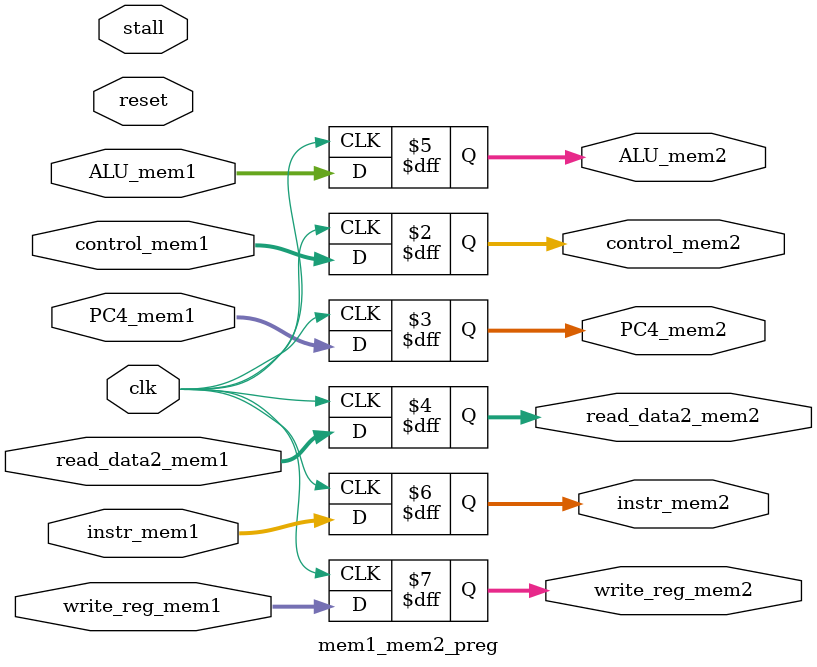
<source format=sv>
`include "riscv32_starter.sv"
module mem1_mem2_preg(clk, reset, stall, control_mem1, ALU_mem1, write_reg_mem1, PC4_mem1, read_data2_mem1, instr_mem1, //opcode_mem1, 
											control_mem2, ALU_mem2, write_reg_mem2, PC4_mem2, read_data2_mem2, instr_mem2); //opcode_mem2);
	input logic clk, reset, stall;
	input logic [31:0] control_mem1, PC4_mem1, read_data2_mem1, ALU_mem1, instr_mem1;
	input logic [4:0] write_reg_mem1;
	
	output logic [31:0] control_mem2, PC4_mem2, read_data2_mem2, ALU_mem2, instr_mem2;
	output logic [4:0] write_reg_mem2;

	// registers on pos clock cycle
	always @(posedge clk) begin 
		control_mem2 <= control_mem1;
		instr_mem2 <= instr_mem1;
		read_data2_mem2 <= read_data2_mem1;
		PC4_mem2 <= PC4_mem1;
		write_reg_mem2 <= write_reg_mem1;
		ALU_mem2 <= ALU_mem1;
	end 
endmodule 
	

</source>
